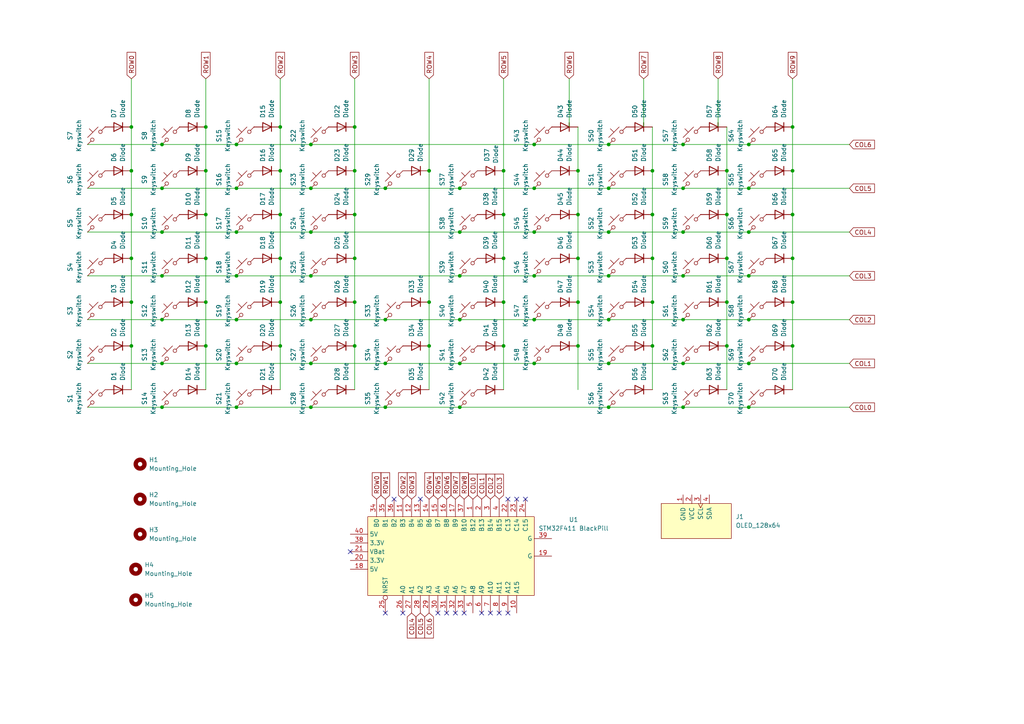
<source format=kicad_sch>
(kicad_sch (version 20231120) (generator "eeschema") (generator_version "8.0")
  (paper "A4")
  (junction (at 146.05 74.93))
  (junction (at 217.17 92.71))
  (junction (at 167.64 62.23))
  (junction (at 146.05 87.63))
  (junction (at 46.99 105.41))
  (junction (at 198.12 80.01))
  (junction (at 189.23 87.63))
  (junction (at 133.35 54.61))
  (junction (at 59.69 49.53))
  (junction (at 210.82 87.63))
  (junction (at 46.99 67.31))
  (junction (at 102.87 62.23))
  (junction (at 124.46 49.53))
  (junction (at 90.17 105.41))
  (junction (at 133.35 80.01))
  (junction (at 189.23 49.53))
  (junction (at 59.69 87.63))
  (junction (at 68.58 41.91))
  (junction (at 154.94 41.91))
  (junction (at 38.1 87.63))
  (junction (at 81.28 36.83))
  (junction (at 111.76 105.41))
  (junction (at 90.17 54.61))
  (junction (at 154.94 67.31))
  (junction (at 46.99 92.71))
  (junction (at 176.53 54.61))
  (junction (at 198.12 54.61))
  (junction (at 111.76 54.61))
  (junction (at 90.17 118.11))
  (junction (at 68.58 54.61))
  (junction (at 46.99 41.91))
  (junction (at 167.64 74.93))
  (junction (at 38.1 36.83))
  (junction (at 189.23 100.33))
  (junction (at 111.76 92.71))
  (junction (at 111.76 118.11))
  (junction (at 59.69 62.23))
  (junction (at 154.94 80.01))
  (junction (at 146.05 49.53))
  (junction (at 133.35 105.41))
  (junction (at 154.94 92.71))
  (junction (at 198.12 118.11))
  (junction (at 198.12 92.71))
  (junction (at 90.17 80.01))
  (junction (at 167.64 87.63))
  (junction (at 154.94 105.41))
  (junction (at 229.87 100.33))
  (junction (at 229.87 87.63))
  (junction (at 46.99 54.61))
  (junction (at 176.53 80.01))
  (junction (at 38.1 62.23))
  (junction (at 38.1 74.93))
  (junction (at 81.28 100.33))
  (junction (at 133.35 118.11))
  (junction (at 217.17 67.31))
  (junction (at 176.53 41.91))
  (junction (at 38.1 100.33))
  (junction (at 68.58 105.41))
  (junction (at 68.58 67.31))
  (junction (at 176.53 92.71))
  (junction (at 90.17 41.91))
  (junction (at 217.17 118.11))
  (junction (at 68.58 118.11))
  (junction (at 102.87 49.53))
  (junction (at 68.58 80.01))
  (junction (at 167.64 49.53))
  (junction (at 198.12 41.91))
  (junction (at 198.12 105.41))
  (junction (at 167.64 100.33))
  (junction (at 229.87 49.53))
  (junction (at 81.28 74.93))
  (junction (at 124.46 100.33))
  (junction (at 102.87 100.33))
  (junction (at 102.87 74.93))
  (junction (at 90.17 92.71))
  (junction (at 210.82 100.33))
  (junction (at 189.23 62.23))
  (junction (at 229.87 36.83))
  (junction (at 154.94 54.61))
  (junction (at 198.12 67.31))
  (junction (at 217.17 80.01))
  (junction (at 176.53 67.31))
  (junction (at 59.69 100.33))
  (junction (at 124.46 87.63))
  (junction (at 59.69 74.93))
  (junction (at 210.82 49.53))
  (junction (at 176.53 118.11))
  (junction (at 176.53 105.41))
  (junction (at 217.17 105.41))
  (junction (at 46.99 118.11))
  (junction (at 217.17 41.91))
  (junction (at 133.35 67.31))
  (junction (at 102.87 36.83))
  (junction (at 68.58 92.71))
  (junction (at 102.87 87.63))
  (junction (at 90.17 67.31))
  (junction (at 146.05 100.33))
  (junction (at 46.99 80.01))
  (junction (at 81.28 49.53))
  (junction (at 81.28 62.23))
  (junction (at 217.17 54.61))
  (junction (at 210.82 74.93))
  (junction (at 133.35 92.71))
  (junction (at 189.23 74.93))
  (junction (at 38.1 49.53))
  (junction (at 229.87 62.23))
  (junction (at 59.69 36.83))
  (junction (at 81.28 87.63))
  (junction (at 146.05 62.23))
  (junction (at 210.82 62.23))
  (junction (at 229.87 74.93))
  (no_connect (at 129.54 177.8))
  (no_connect (at 116.84 177.8))
  (no_connect (at 101.6 160.02))
  (no_connect (at 142.24 177.8))
  (no_connect (at 152.4 144.78))
  (no_connect (at 134.62 177.8))
  (no_connect (at 147.32 177.8))
  (no_connect (at 144.78 177.8))
  (no_connect (at 111.76 177.8))
  (no_connect (at 139.7 177.8))
  (no_connect (at 149.86 144.78))
  (no_connect (at 114.3 144.78))
  (no_connect (at 132.08 177.8))
  (no_connect (at 127 177.8))
  (no_connect (at 121.92 144.78))
  (no_connect (at 147.32 144.78))
  (wire (pts (xy 90.17 67.31) (xy 133.35 67.31)))
  (wire (pts (xy 46.99 80.01) (xy 68.58 80.01)))
  (wire (pts (xy 90.17 54.61) (xy 111.76 54.61)))
  (wire (pts (xy 25.4 118.11) (xy 46.99 118.11)))
  (wire (pts (xy 38.1 87.63) (xy 38.1 100.33)))
  (wire (pts (xy 167.64 36.83) (xy 167.64 49.53)))
  (wire (pts (xy 38.1 74.93) (xy 38.1 87.63)))
  (wire (pts (xy 46.99 118.11) (xy 68.58 118.11)))
  (wire (pts (xy 81.28 49.53) (xy 81.28 62.23)))
  (wire (pts (xy 217.17 41.91) (xy 246.38 41.91)))
  (wire (pts (xy 81.28 74.93) (xy 81.28 87.63)))
  (wire (pts (xy 38.1 100.33) (xy 38.1 113.03)))
  (wire (pts (xy 198.12 105.41) (xy 217.17 105.41)))
  (wire (pts (xy 154.94 54.61) (xy 176.53 54.61)))
  (wire (pts (xy 90.17 80.01) (xy 133.35 80.01)))
  (wire (pts (xy 154.94 92.71) (xy 176.53 92.71)))
  (wire (pts (xy 229.87 74.93) (xy 229.87 87.63)))
  (wire (pts (xy 210.82 36.83) (xy 210.82 49.53)))
  (wire (pts (xy 189.23 74.93) (xy 189.23 87.63)))
  (wire (pts (xy 90.17 41.91) (xy 154.94 41.91)))
  (wire (pts (xy 46.99 92.71) (xy 68.58 92.71)))
  (wire (pts (xy 198.12 80.01) (xy 217.17 80.01)))
  (wire (pts (xy 210.82 100.33) (xy 210.82 113.03)))
  (wire (pts (xy 133.35 118.11) (xy 176.53 118.11)))
  (wire (pts (xy 46.99 41.91) (xy 68.58 41.91)))
  (wire (pts (xy 102.87 100.33) (xy 102.87 113.03)))
  (wire (pts (xy 210.82 74.93) (xy 210.82 87.63)))
  (wire (pts (xy 176.53 105.41) (xy 198.12 105.41)))
  (wire (pts (xy 111.76 118.11) (xy 133.35 118.11)))
  (wire (pts (xy 25.4 67.31) (xy 46.99 67.31)))
  (wire (pts (xy 176.53 80.01) (xy 198.12 80.01)))
  (wire (pts (xy 90.17 105.41) (xy 111.76 105.41)))
  (wire (pts (xy 133.35 54.61) (xy 154.94 54.61)))
  (wire (pts (xy 46.99 105.41) (xy 68.58 105.41)))
  (wire (pts (xy 124.46 49.53) (xy 124.46 87.63)))
  (wire (pts (xy 167.64 74.93) (xy 167.64 87.63)))
  (wire (pts (xy 81.28 36.83) (xy 81.28 49.53)))
  (wire (pts (xy 133.35 80.01) (xy 154.94 80.01)))
  (wire (pts (xy 102.87 22.86) (xy 102.87 36.83)))
  (wire (pts (xy 90.17 118.11) (xy 111.76 118.11)))
  (wire (pts (xy 68.58 118.11) (xy 90.17 118.11)))
  (wire (pts (xy 198.12 54.61) (xy 217.17 54.61)))
  (wire (pts (xy 189.23 62.23) (xy 189.23 74.93)))
  (wire (pts (xy 229.87 22.86) (xy 229.87 36.83)))
  (wire (pts (xy 154.94 105.41) (xy 176.53 105.41)))
  (wire (pts (xy 46.99 67.31) (xy 68.58 67.31)))
  (wire (pts (xy 59.69 49.53) (xy 59.69 62.23)))
  (wire (pts (xy 146.05 74.93) (xy 146.05 87.63)))
  (wire (pts (xy 81.28 87.63) (xy 81.28 100.33)))
  (wire (pts (xy 102.87 62.23) (xy 102.87 74.93)))
  (wire (pts (xy 38.1 36.83) (xy 38.1 49.53)))
  (wire (pts (xy 154.94 80.01) (xy 176.53 80.01)))
  (wire (pts (xy 38.1 49.53) (xy 38.1 62.23)))
  (wire (pts (xy 133.35 105.41) (xy 154.94 105.41)))
  (wire (pts (xy 81.28 100.33) (xy 81.28 113.03)))
  (wire (pts (xy 208.28 22.86) (xy 208.28 36.83)))
  (wire (pts (xy 217.17 80.01) (xy 246.38 80.01)))
  (wire (pts (xy 59.69 36.83) (xy 59.69 49.53)))
  (wire (pts (xy 124.46 87.63) (xy 124.46 100.33)))
  (wire (pts (xy 25.4 41.91) (xy 46.99 41.91)))
  (wire (pts (xy 176.53 67.31) (xy 198.12 67.31)))
  (wire (pts (xy 189.23 87.63) (xy 189.23 100.33)))
  (wire (pts (xy 68.58 41.91) (xy 90.17 41.91)))
  (wire (pts (xy 38.1 22.86) (xy 38.1 36.83)))
  (wire (pts (xy 146.05 100.33) (xy 146.05 113.03)))
  (wire (pts (xy 124.46 22.86) (xy 124.46 49.53)))
  (wire (pts (xy 189.23 100.33) (xy 189.23 113.03)))
  (wire (pts (xy 198.12 67.31) (xy 217.17 67.31)))
  (wire (pts (xy 111.76 54.61) (xy 133.35 54.61)))
  (wire (pts (xy 46.99 54.61) (xy 68.58 54.61)))
  (wire (pts (xy 189.23 36.83) (xy 189.23 49.53)))
  (wire (pts (xy 210.82 87.63) (xy 210.82 100.33)))
  (wire (pts (xy 68.58 80.01) (xy 90.17 80.01)))
  (wire (pts (xy 165.1 22.86) (xy 165.1 36.83)))
  (wire (pts (xy 25.4 54.61) (xy 46.99 54.61)))
  (wire (pts (xy 217.17 92.71) (xy 246.38 92.71)))
  (wire (pts (xy 176.53 92.71) (xy 198.12 92.71)))
  (wire (pts (xy 198.12 118.11) (xy 217.17 118.11)))
  (wire (pts (xy 176.53 41.91) (xy 198.12 41.91)))
  (wire (pts (xy 133.35 67.31) (xy 154.94 67.31)))
  (wire (pts (xy 81.28 62.23) (xy 81.28 74.93)))
  (wire (pts (xy 229.87 100.33) (xy 229.87 113.03)))
  (wire (pts (xy 210.82 62.23) (xy 210.82 74.93)))
  (wire (pts (xy 176.53 118.11) (xy 198.12 118.11)))
  (wire (pts (xy 167.64 87.63) (xy 167.64 100.33)))
  (wire (pts (xy 210.82 49.53) (xy 210.82 62.23)))
  (wire (pts (xy 154.94 67.31) (xy 176.53 67.31)))
  (wire (pts (xy 146.05 49.53) (xy 146.05 62.23)))
  (wire (pts (xy 217.17 54.61) (xy 246.38 54.61)))
  (wire (pts (xy 124.46 100.33) (xy 124.46 113.03)))
  (wire (pts (xy 38.1 62.23) (xy 38.1 74.93)))
  (wire (pts (xy 217.17 118.11) (xy 246.38 118.11)))
  (wire (pts (xy 167.64 100.33) (xy 167.64 113.03)))
  (wire (pts (xy 25.4 92.71) (xy 46.99 92.71)))
  (wire (pts (xy 59.69 87.63) (xy 59.69 100.33)))
  (wire (pts (xy 167.64 49.53) (xy 167.64 62.23)))
  (wire (pts (xy 111.76 92.71) (xy 133.35 92.71)))
  (wire (pts (xy 59.69 62.23) (xy 59.69 74.93)))
  (wire (pts (xy 59.69 22.86) (xy 59.69 36.83)))
  (wire (pts (xy 146.05 22.86) (xy 146.05 49.53)))
  (wire (pts (xy 102.87 36.83) (xy 102.87 49.53)))
  (wire (pts (xy 59.69 100.33) (xy 59.69 113.03)))
  (wire (pts (xy 229.87 62.23) (xy 229.87 74.93)))
  (wire (pts (xy 68.58 54.61) (xy 90.17 54.61)))
  (wire (pts (xy 198.12 92.71) (xy 217.17 92.71)))
  (wire (pts (xy 186.69 22.86) (xy 186.69 36.83)))
  (wire (pts (xy 229.87 49.53) (xy 229.87 62.23)))
  (wire (pts (xy 133.35 92.71) (xy 154.94 92.71)))
  (wire (pts (xy 167.64 62.23) (xy 167.64 74.93)))
  (wire (pts (xy 217.17 67.31) (xy 246.38 67.31)))
  (wire (pts (xy 102.87 74.93) (xy 102.87 87.63)))
  (wire (pts (xy 154.94 41.91) (xy 176.53 41.91)))
  (wire (pts (xy 68.58 92.71) (xy 90.17 92.71)))
  (wire (pts (xy 217.17 105.41) (xy 246.38 105.41)))
  (wire (pts (xy 229.87 36.83) (xy 229.87 49.53)))
  (wire (pts (xy 198.12 41.91) (xy 217.17 41.91)))
  (wire (pts (xy 25.4 105.41) (xy 46.99 105.41)))
  (wire (pts (xy 102.87 87.63) (xy 102.87 100.33)))
  (wire (pts (xy 146.05 62.23) (xy 146.05 74.93)))
  (wire (pts (xy 102.87 49.53) (xy 102.87 62.23)))
  (wire (pts (xy 81.28 22.86) (xy 81.28 36.83)))
  (wire (pts (xy 176.53 54.61) (xy 198.12 54.61)))
  (wire (pts (xy 68.58 105.41) (xy 90.17 105.41)))
  (wire (pts (xy 68.58 67.31) (xy 90.17 67.31)))
  (wire (pts (xy 111.76 105.41) (xy 133.35 105.41)))
  (wire (pts (xy 229.87 87.63) (xy 229.87 100.33)))
  (wire (pts (xy 59.69 74.93) (xy 59.69 87.63)))
  (wire (pts (xy 90.17 92.71) (xy 111.76 92.71)))
  (wire (pts (xy 25.4 80.01) (xy 46.99 80.01)))
  (wire (pts (xy 146.05 87.63) (xy 146.05 100.33)))
  (wire (pts (xy 189.23 49.53) (xy 189.23 62.23)))
  (global_label "ROW7" (shape input) (at 186.69 22.86 90) (property "Intersheetrefs" "${INTERSHEET_REFS}" (effects (hide yes))))
  (global_label "COL4" (shape input) (at 246.38 67.31 0) (property "Intersheetrefs" "${INTERSHEET_REFS}" (effects (hide yes))))
  (global_label "COL1" (shape input) (at 139.7 144.78 90) (property "Intersheetrefs" "${INTERSHEET_REFS}" (effects (hide yes))))
  (global_label "ROW1" (shape input) (at 59.69 22.86 90) (property "Intersheetrefs" "${INTERSHEET_REFS}" (effects (hide yes))))
  (global_label "COL5" (shape input) (at 246.38 54.61 0) (property "Intersheetrefs" "${INTERSHEET_REFS}" (effects (hide yes))))
  (global_label "ROW5" (shape input) (at 146.05 22.86 90) (property "Intersheetrefs" "${INTERSHEET_REFS}" (effects (hide yes))))
  (global_label "COL4" (shape input) (at 119.38 177.8 270) (property "Intersheetrefs" "${INTERSHEET_REFS}" (effects (hide yes))))
  (global_label "ROW4" (shape input) (at 124.46 22.86 90) (property "Intersheetrefs" "${INTERSHEET_REFS}" (effects (hide yes))))
  (global_label "COL2" (shape input) (at 246.38 92.71 0) (property "Intersheetrefs" "${INTERSHEET_REFS}" (effects (hide yes))))
  (global_label "ROW6" (shape input) (at 165.1 22.86 90) (property "Intersheetrefs" "${INTERSHEET_REFS}" (effects (hide yes))))
  (global_label "ROW9" (shape input) (at 229.87 22.86 90) (property "Intersheetrefs" "${INTERSHEET_REFS}" (effects (hide yes))))
  (global_label "ROW3" (shape input) (at 119.38 144.78 90) (property "Intersheetrefs" "${INTERSHEET_REFS}" (effects (hide yes))))
  (global_label "ROW5" (shape input) (at 127 144.78 90) (property "Intersheetrefs" "${INTERSHEET_REFS}" (effects (hide yes))))
  (global_label "ROW8" (shape input) (at 134.62 144.78 90) (property "Intersheetrefs" "${INTERSHEET_REFS}" (effects (hide yes))))
  (global_label "ROW1" (shape input) (at 111.76 144.78 90) (property "Intersheetrefs" "${INTERSHEET_REFS}" (effects (hide yes))))
  (global_label "ROW4" (shape input) (at 124.46 144.78 90) (property "Intersheetrefs" "${INTERSHEET_REFS}" (effects (hide yes))))
  (global_label "ROW7" (shape input) (at 132.08 144.78 90) (property "Intersheetrefs" "${INTERSHEET_REFS}" (effects (hide yes))))
  (global_label "ROW6" (shape input) (at 129.54 144.78 90) (property "Intersheetrefs" "${INTERSHEET_REFS}" (effects (hide yes))))
  (global_label "ROW0" (shape input) (at 38.1 22.86 90) (property "Intersheetrefs" "${INTERSHEET_REFS}" (effects (hide yes))))
  (global_label "COL3" (shape input) (at 144.78 144.78 90) (property "Intersheetrefs" "${INTERSHEET_REFS}" (effects (hide yes))))
  (global_label "ROW3" (shape input) (at 102.87 22.86 90) (property "Intersheetrefs" "${INTERSHEET_REFS}" (effects (hide yes))))
  (global_label "ROW8" (shape input) (at 208.28 22.86 90) (property "Intersheetrefs" "${INTERSHEET_REFS}" (effects (hide yes))))
  (global_label "COL3" (shape input) (at 246.38 80.01 0) (property "Intersheetrefs" "${INTERSHEET_REFS}" (effects (hide yes))))
  (global_label "ROW2" (shape input) (at 116.84 144.78 90) (property "Intersheetrefs" "${INTERSHEET_REFS}" (effects (hide yes))))
  (global_label "COL2" (shape input) (at 142.24 144.78 90) (property "Intersheetrefs" "${INTERSHEET_REFS}" (effects (hide yes))))
  (global_label "COL5" (shape input) (at 121.92 177.8 270) (property "Intersheetrefs" "${INTERSHEET_REFS}" (effects (hide yes))))
  (global_label "ROW2" (shape input) (at 81.28 22.86 90) (property "Intersheetrefs" "${INTERSHEET_REFS}" (effects (hide yes))))
  (global_label "ROW0" (shape input) (at 109.22 144.78 90) (property "Intersheetrefs" "${INTERSHEET_REFS}" (effects (hide yes))))
  (global_label "COL6" (shape input) (at 246.38 41.91 0) (property "Intersheetrefs" "${INTERSHEET_REFS}" (effects (hide yes))))
  (global_label "COL0" (shape input) (at 137.16 144.78 90) (property "Intersheetrefs" "${INTERSHEET_REFS}" (effects (hide yes))))
  (global_label "COL1" (shape input) (at 246.38 105.41 0) (property "Intersheetrefs" "${INTERSHEET_REFS}" (effects (hide yes))))
  (global_label "COL0" (shape input) (at 246.38 118.11 0) (property "Intersheetrefs" "${INTERSHEET_REFS}" (effects (hide yes))))
  (global_label "COL6" (shape input) (at 124.46 177.8 270) (property "Intersheetrefs" "${INTERSHEET_REFS}" (effects (hide yes))))
  (symbol (lib_id "ScottoKeebs:Placeholder_Keyswitch") (at 49.53 64.77 90) (unit 1)
    (property "Reference" "S10" (at 41.91 64.77 0))
    (property "Value" "Keyswitch" (at 44.45 64.77 0))
    (property "Footprint" "ScottoKeebs_Hotswap:Hotswap_MX_1.00u" (effects (hide yes)))
    (property "Description" "Push button switch, normally open, two pins, 45° tilted" (effects (hide yes)))
  )
  (symbol (lib_id "ScottoKeebs:Placeholder_Keyswitch") (at 27.94 115.57 90) (unit 1)
    (property "Reference" "S1" (at 20.32 115.57 0))
    (property "Value" "Keyswitch" (at 22.86 115.57 0))
    (property "Footprint" "ScottoKeebs_Hotswap:Hotswap_MX_1.00u" (effects (hide yes)))
    (property "Description" "Push button switch, normally open, two pins, 45° tilted" (effects (hide yes)))
  )
  (symbol (lib_id "ScottoKeebs:Placeholder_Keyswitch") (at 71.12 52.07 90) (unit 1)
    (property "Reference" "S16" (at 63.5 52.07 0))
    (property "Value" "Keyswitch" (at 66.04 52.07 0))
    (property "Footprint" "ScottoKeebs_Hotswap:Hotswap_MX_1.00u" (effects (hide yes)))
    (property "Description" "Push button switch, normally open, two pins, 45° tilted" (effects (hide yes)))
  )
  (symbol (lib_id "ScottoKeebs:Placeholder_Keyswitch") (at 92.71 64.77 90) (unit 1)
    (property "Reference" "S24" (at 85.09 64.77 0))
    (property "Value" "Keyswitch" (at 87.63 64.77 0))
    (property "Footprint" "ScottoKeebs_Hotswap:Hotswap_MX_1.00u" (effects (hide yes)))
    (property "Description" "Push button switch, normally open, two pins, 45° tilted" (effects (hide yes)))
  )
  (symbol (lib_id "ScottoKeebs:Placeholder_Diode") (at 34.29 36.83 180) (unit 1)
    (property "Reference" "D7" (at 33.0199 34.29 90) (effects (justify right)))
    (property "Value" "Diode" (at 35.5599 34.29 90) (effects (justify right)))
    (property "Footprint" "ScottoKeebs_Components:Diode_SOD-123" (effects (hide yes)))
    (property "Description" "1N4148 (DO-35) or 1N4148W (SOD-123)" (effects (hide yes)))
    (property "Sim.Device" "D" (effects (hide yes)))
    (property "Sim.Pins" "1=K 2=A" (effects (hide yes)))
  )
  (symbol (lib_id "ScottoKeebs:Placeholder_Diode") (at 226.06 49.53 180) (unit 1)
    (property "Reference" "D65" (at 224.7899 46.99 90) (effects (justify right)))
    (property "Value" "Diode" (at 227.3299 46.99 90) (effects (justify right)))
    (property "Footprint" "ScottoKeebs_Components:Diode_SOD-123" (effects (hide yes)))
    (property "Description" "1N4148 (DO-35) or 1N4148W (SOD-123)" (effects (hide yes)))
    (property "Sim.Device" "D" (effects (hide yes)))
    (property "Sim.Pins" "1=K 2=A" (effects (hide yes)))
  )
  (symbol (lib_id "ScottoKeebs:Placeholder_Diode") (at 142.24 74.93 180) (unit 1)
    (property "Reference" "D39" (at 140.9699 72.39 90) (effects (justify right)))
    (property "Value" "Diode" (at 143.5099 72.39 90) (effects (justify right)))
    (property "Footprint" "ScottoKeebs_Components:Diode_SOD-123" (effects (hide yes)))
    (property "Description" "1N4148 (DO-35) or 1N4148W (SOD-123)" (effects (hide yes)))
    (property "Sim.Device" "D" (effects (hide yes)))
    (property "Sim.Pins" "1=K 2=A" (effects (hide yes)))
  )
  (symbol (lib_id "ScottoKeebs:Placeholder_Diode") (at 226.06 62.23 180) (unit 1)
    (property "Reference" "D66" (at 224.7899 59.69 90) (effects (justify right)))
    (property "Value" "Diode" (at 227.3299 59.69 90) (effects (justify right)))
    (property "Footprint" "ScottoKeebs_Components:Diode_SOD-123" (effects (hide yes)))
    (property "Description" "1N4148 (DO-35) or 1N4148W (SOD-123)" (effects (hide yes)))
    (property "Sim.Device" "D" (effects (hide yes)))
    (property "Sim.Pins" "1=K 2=A" (effects (hide yes)))
  )
  (symbol (lib_id "ScottoKeebs:Placeholder_Diode") (at 99.06 36.83 180) (unit 1)
    (property "Reference" "D22" (at 97.7899 34.29 90) (effects (justify right)))
    (property "Value" "Diode" (at 100.3299 34.29 90) (effects (justify right)))
    (property "Footprint" "ScottoKeebs_Components:Diode_SOD-123" (effects (hide yes)))
    (property "Description" "1N4148 (DO-35) or 1N4148W (SOD-123)" (effects (hide yes)))
    (property "Sim.Device" "D" (effects (hide yes)))
    (property "Sim.Pins" "1=K 2=A" (effects (hide yes)))
  )
  (symbol (lib_id "ScottoKeebs:Placeholder_Keyswitch") (at 114.3 52.07 90) (unit 1)
    (property "Reference" "S29" (at 106.68 52.07 0))
    (property "Value" "Keyswitch" (at 109.22 52.07 0))
    (property "Footprint" "ScottoKeebs_Hotswap:Hotswap_MX_6.25u" (effects (hide yes)))
    (property "Description" "Push button switch, normally open, two pins, 45° tilted" (effects (hide yes)))
  )
  (symbol (lib_id "ScottoKeebs:Placeholder_Diode") (at 163.83 100.33 180) (unit 1)
    (property "Reference" "D48" (at 162.5599 97.79 90) (effects (justify right)))
    (property "Value" "Diode" (at 165.0999 97.79 90) (effects (justify right)))
    (property "Footprint" "ScottoKeebs_Components:Diode_SOD-123" (effects (hide yes)))
    (property "Description" "1N4148 (DO-35) or 1N4148W (SOD-123)" (effects (hide yes)))
    (property "Sim.Device" "D" (effects (hide yes)))
    (property "Sim.Pins" "1=K 2=A" (effects (hide yes)))
  )
  (symbol (lib_id "ScottoKeebs:Placeholder_Diode") (at 207.01 74.93 180) (unit 1)
    (property "Reference" "D60" (at 205.7399 72.39 90) (effects (justify right)))
    (property "Value" "Diode" (at 208.2799 72.39 90) (effects (justify right)))
    (property "Footprint" "ScottoKeebs_Components:Diode_SOD-123" (effects (hide yes)))
    (property "Description" "1N4148 (DO-35) or 1N4148W (SOD-123)" (effects (hide yes)))
    (property "Sim.Device" "D" (effects (hide yes)))
    (property "Sim.Pins" "1=K 2=A" (effects (hide yes)))
  )
  (symbol (lib_id "ScottoKeebs:Placeholder_Mounting_Hole") (at 40.64 134.62 0) (unit 1)
    (property "Reference" "H1" (at 43.18 133.3499 0) (effects (justify left)))
    (property "Value" "Mounting_Hole" (at 43.18 135.8899 0) (effects (justify left)))
    (property "Footprint" "ScottoKeebs_Stabilizer:Stabilizer_MX_2.00u" (effects (hide yes)))
    (property "Description" "Mounting Hole without connection" (effects (hide yes)))
  )
  (symbol (lib_id "ScottoKeebs:Placeholder_Diode") (at 142.24 87.63 180) (unit 1)
    (property "Reference" "D40" (at 140.9699 85.09 90) (effects (justify right)))
    (property "Value" "Diode" (at 143.5099 85.09 90) (effects (justify right)))
    (property "Footprint" "ScottoKeebs_Components:Diode_SOD-123" (effects (hide yes)))
    (property "Description" "1N4148 (DO-35) or 1N4148W (SOD-123)" (effects (hide yes)))
    (property "Sim.Device" "D" (effects (hide yes)))
    (property "Sim.Pins" "1=K 2=A" (effects (hide yes)))
  )
  (symbol (lib_id "ScottoKeebs:Placeholder_Diode") (at 99.06 87.63 180) (unit 1)
    (property "Reference" "D26" (at 97.7899 85.09 90) (effects (justify right)))
    (property "Value" "Diode" (at 100.3299 85.09 90) (effects (justify right)))
    (property "Footprint" "ScottoKeebs_Components:Diode_SOD-123" (effects (hide yes)))
    (property "Description" "1N4148 (DO-35) or 1N4148W (SOD-123)" (effects (hide yes)))
    (property "Sim.Device" "D" (effects (hide yes)))
    (property "Sim.Pins" "1=K 2=A" (effects (hide yes)))
  )
  (symbol (lib_id "ScottoKeebs:Placeholder_Keyswitch") (at 219.71 52.07 90) (unit 1)
    (property "Reference" "S65" (at 212.09 52.07 0))
    (property "Value" "Keyswitch" (at 214.63 52.07 0))
    (property "Footprint" "ScottoKeebs_Hotswap:Hotswap_MX_1.00u" (effects (hide yes)))
    (property "Description" "Push button switch, normally open, two pins, 45° tilted" (effects (hide yes)))
  )
  (symbol (lib_id "ScottoKeebs:Placeholder_Diode") (at 55.88 113.03 180) (unit 1)
    (property "Reference" "D14" (at 54.6099 110.49 90) (effects (justify right)))
    (property "Value" "Diode" (at 57.1499 110.49 90) (effects (justify right)))
    (property "Footprint" "ScottoKeebs_Components:Diode_SOD-123" (effects (hide yes)))
    (property "Description" "1N4148 (DO-35) or 1N4148W (SOD-123)" (effects (hide yes)))
    (property "Sim.Device" "D" (effects (hide yes)))
    (property "Sim.Pins" "1=K 2=A" (effects (hide yes)))
  )
  (symbol (lib_id "ScottoKeebs:Placeholder_Diode") (at 77.47 49.53 180) (unit 1)
    (property "Reference" "D16" (at 76.1999 46.99 90) (effects (justify right)))
    (property "Value" "Diode" (at 78.7399 46.99 90) (effects (justify right)))
    (property "Footprint" "ScottoKeebs_Components:Diode_SOD-123" (effects (hide yes)))
    (property "Description" "1N4148 (DO-35) or 1N4148W (SOD-123)" (effects (hide yes)))
    (property "Sim.Device" "D" (effects (hide yes)))
    (property "Sim.Pins" "1=K 2=A" (effects (hide yes)))
  )
  (symbol (lib_id "ScottoKeebs:Placeholder_Diode") (at 226.06 36.83 180) (unit 1)
    (property "Reference" "D64" (at 224.7899 34.29 90) (effects (justify right)))
    (property "Value" "Diode" (at 227.3299 34.29 90) (effects (justify right)))
    (property "Footprint" "ScottoKeebs_Components:Diode_SOD-123" (effects (hide yes)))
    (property "Description" "1N4148 (DO-35) or 1N4148W (SOD-123)" (effects (hide yes)))
    (property "Sim.Device" "D" (effects (hide yes)))
    (property "Sim.Pins" "1=K 2=A" (effects (hide yes)))
  )
  (symbol (lib_id "ScottoKeebs:Placeholder_Diode") (at 55.88 62.23 180) (unit 1)
    (property "Reference" "D10" (at 54.6099 59.69 90) (effects (justify right)))
    (property "Value" "Diode" (at 57.1499 59.69 90) (effects (justify right)))
    (property "Footprint" "ScottoKeebs_Components:Diode_SOD-123" (effects (hide yes)))
    (property "Description" "1N4148 (DO-35) or 1N4148W (SOD-123)" (effects (hide yes)))
    (property "Sim.Device" "D" (effects (hide yes)))
    (property "Sim.Pins" "1=K 2=A" (effects (hide yes)))
  )
  (symbol (lib_id "ScottoKeebs:Placeholder_Keyswitch") (at 179.07 115.57 90) (unit 1)
    (property "Reference" "S56" (at 171.45 115.57 0))
    (property "Value" "Keyswitch" (at 173.99 115.57 0))
    (property "Footprint" "ScottoKeebs_Hotswap:Hotswap_MX_1.00u" (effects (hide yes)))
    (property "Description" "Push button switch, normally open, two pins, 45° tilted" (effects (hide yes)))
  )
  (symbol (lib_id "ScottoKeebs:Placeholder_Diode") (at 55.88 49.53 180) (unit 1)
    (property "Reference" "D9" (at 54.6099 46.99 90) (effects (justify right)))
    (property "Value" "Diode" (at 57.1499 46.99 90) (effects (justify right)))
    (property "Footprint" "ScottoKeebs_Components:Diode_SOD-123" (effects (hide yes)))
    (property "Description" "1N4148 (DO-35) or 1N4148W (SOD-123)" (effects (hide yes)))
    (property "Sim.Device" "D" (effects (hide yes)))
    (property "Sim.Pins" "1=K 2=A" (effects (hide yes)))
  )
  (symbol (lib_id "ScottoKeebs:Placeholder_Keyswitch") (at 135.89 77.47 90) (unit 1)
    (property "Reference" "S39" (at 128.27 77.47 0))
    (property "Value" "Keyswitch" (at 130.81 77.47 0))
    (property "Footprint" "ScottoKeebs_Hotswap:Hotswap_MX_1.00u" (effects (hide yes)))
    (property "Description" "Push button switch, normally open, two pins, 45° tilted" (effects (hide yes)))
  )
  (symbol (lib_id "ScottoKeebs:Placeholder_Keyswitch") (at 200.66 39.37 90) (unit 1)
    (property "Reference" "S57" (at 193.04 39.37 0))
    (property "Value" "Keyswitch" (at 195.58 39.37 0))
    (property "Footprint" "ScottoKeebs_Hotswap:Hotswap_MX_1.00u" (effects (hide yes)))
    (property "Description" "Push button switch, normally open, two pins, 45° tilted" (effects (hide yes)))
  )
  (symbol (lib_id "ScottoKeebs:Placeholder_Keyswitch") (at 49.53 102.87 90) (unit 1)
    (property "Reference" "S13" (at 41.91 102.87 0))
    (property "Value" "Keyswitch" (at 44.45 102.87 0))
    (property "Footprint" "ScottoKeebs_Hotswap:Hotswap_MX_1.00u" (effects (hide yes)))
    (property "Description" "Push button switch, normally open, two pins, 45° tilted" (effects (hide yes)))
  )
  (symbol (lib_id "ScottoKeebs:Placeholder_Diode") (at 207.01 62.23 180) (unit 1)
    (property "Reference" "D59" (at 205.7399 59.69 90) (effects (justify right)))
    (property "Value" "Diode" (at 208.2799 59.69 90) (effects (justify right)))
    (property "Footprint" "ScottoKeebs_Components:Diode_SOD-123" (effects (hide yes)))
    (property "Description" "1N4148 (DO-35) or 1N4148W (SOD-123)" (effects (hide yes)))
    (property "Sim.Device" "D" (effects (hide yes)))
    (property "Sim.Pins" "1=K 2=A" (effects (hide yes)))
  )
  (symbol (lib_id "ScottoKeebs:Placeholder_Diode") (at 77.47 100.33 180) (unit 1)
    (property "Reference" "D20" (at 76.1999 97.79 90) (effects (justify right)))
    (property "Value" "Diode" (at 78.7399 97.79 90) (effects (justify right)))
    (property "Footprint" "ScottoKeebs_Components:Diode_SOD-123" (effects (hide yes)))
    (property "Description" "1N4148 (DO-35) or 1N4148W (SOD-123)" (effects (hide yes)))
    (property "Sim.Device" "D" (effects (hide yes)))
    (property "Sim.Pins" "1=K 2=A" (effects (hide yes)))
  )
  (symbol (lib_id "ScottoKeebs:Placeholder_Mounting_Hole") (at 39.37 165.1 0) (unit 1)
    (property "Reference" "H4" (at 41.91 163.8299 0) (effects (justify left)))
    (property "Value" "Mounting_Hole" (at 41.91 166.3699 0) (effects (justify left)))
    (property "Footprint" "ScottoKeebs_Stabilizer:Stabilizer_MX_2.00u" (effects (hide yes)))
    (property "Description" "Mounting Hole without connection" (effects (hide yes)))
  )
  (symbol (lib_id "ScottoKeebs:Placeholder_Keyswitch") (at 157.48 52.07 90) (unit 1)
    (property "Reference" "S44" (at 149.86 52.07 0))
    (property "Value" "Keyswitch" (at 152.4 52.07 0))
    (property "Footprint" "ScottoKeebs_Hotswap:Hotswap_MX_1.00u" (effects (hide yes)))
    (property "Description" "Push button switch, normally open, two pins, 45° tilted" (effects (hide yes)))
  )
  (symbol (lib_id "ScottoKeebs:Placeholder_Diode") (at 77.47 62.23 180) (unit 1)
    (property "Reference" "D17" (at 76.1999 59.69 90) (effects (justify right)))
    (property "Value" "Diode" (at 78.7399 59.69 90) (effects (justify right)))
    (property "Footprint" "ScottoKeebs_Components:Diode_SOD-123" (effects (hide yes)))
    (property "Description" "1N4148 (DO-35) or 1N4148W (SOD-123)" (effects (hide yes)))
    (property "Sim.Device" "D" (effects (hide yes)))
    (property "Sim.Pins" "1=K 2=A" (effects (hide yes)))
  )
  (symbol (lib_id "ScottoKeebs:Placeholder_Keyswitch") (at 71.12 64.77 90) (unit 1)
    (property "Reference" "S17" (at 63.5 64.77 0))
    (property "Value" "Keyswitch" (at 66.04 64.77 0))
    (property "Footprint" "ScottoKeebs_Hotswap:Hotswap_MX_1.00u" (effects (hide yes)))
    (property "Description" "Push button switch, normally open, two pins, 45° tilted" (effects (hide yes)))
  )
  (symbol (lib_id "ScottoKeebs:Placeholder_Diode") (at 55.88 100.33 180) (unit 1)
    (property "Reference" "D13" (at 54.6099 97.79 90) (effects (justify right)))
    (property "Value" "Diode" (at 57.1499 97.79 90) (effects (justify right)))
    (property "Footprint" "ScottoKeebs_Components:Diode_SOD-123" (effects (hide yes)))
    (property "Description" "1N4148 (DO-35) or 1N4148W (SOD-123)" (effects (hide yes)))
    (property "Sim.Device" "D" (effects (hide yes)))
    (property "Sim.Pins" "1=K 2=A" (effects (hide yes)))
  )
  (symbol (lib_id "ScottoKeebs:Placeholder_Keyswitch") (at 200.66 90.17 90) (unit 1)
    (property "Reference" "S61" (at 193.04 90.17 0))
    (property "Value" "Keyswitch" (at 195.58 90.17 0))
    (property "Footprint" "ScottoKeebs_Hotswap:Hotswap_MX_1.00u" (effects (hide yes)))
    (property "Description" "Push button switch, normally open, two pins, 45° tilted" (effects (hide yes)))
  )
  (symbol (lib_id "ScottoKeebs:Placeholder_Diode") (at 120.65 100.33 180) (unit 1)
    (property "Reference" "D34" (at 119.3799 97.79 90) (effects (justify right)))
    (property "Value" "Diode" (at 121.9199 97.79 90) (effects (justify right)))
    (property "Footprint" "ScottoKeebs_Components:Diode_SOD-123" (effects (hide yes)))
    (property "Description" "1N4148 (DO-35) or 1N4148W (SOD-123)" (effects (hide yes)))
    (property "Sim.Device" "D" (effects (hide yes)))
    (property "Sim.Pins" "1=K 2=A" (effects (hide yes)))
  )
  (symbol (lib_id "ScottoKeebs:Placeholder_Keyswitch") (at 157.48 39.37 90) (unit 1)
    (property "Reference" "S43" (at 149.86 39.37 0))
    (property "Value" "Keyswitch" (at 152.4 39.37 0))
    (property "Footprint" "ScottoKeebs_Hotswap:Hotswap_MX_1.00u" (effects (hide yes)))
    (property "Description" "Push button switch, normally open, two pins, 45° tilted" (effects (hide yes)))
  )
  (symbol (lib_id "ScottoKeebs:Placeholder_Diode") (at 77.47 74.93 180) (unit 1)
    (property "Reference" "D18" (at 76.1999 72.39 90) (effects (justify right)))
    (property "Value" "Diode" (at 78.7399 72.39 90) (effects (justify right)))
    (property "Footprint" "ScottoKeebs_Components:Diode_SOD-123" (effects (hide yes)))
    (property "Description" "1N4148 (DO-35) or 1N4148W (SOD-123)" (effects (hide yes)))
    (property "Sim.Device" "D" (effects (hide yes)))
    (property "Sim.Pins" "1=K 2=A" (effects (hide yes)))
  )
  (symbol (lib_id "ScottoKeebs:Placeholder_Diode") (at 142.24 62.23 180) (unit 1)
    (property "Reference" "D38" (at 140.9699 59.69 90) (effects (justify right)))
    (property "Value" "Diode" (at 143.5099 59.69 90) (effects (justify right)))
    (property "Footprint" "ScottoKeebs_Components:Diode_SOD-123" (effects (hide yes)))
    (property "Description" "1N4148 (DO-35) or 1N4148W (SOD-123)" (effects (hide yes)))
    (property "Sim.Device" "D" (effects (hide yes)))
    (property "Sim.Pins" "1=K 2=A" (effects (hide yes)))
  )
  (symbol (lib_id "ScottoKeebs:Placeholder_Diode") (at 163.83 74.93 180) (unit 1)
    (property "Reference" "D46" (at 162.5599 72.39 90) (effects (justify right)))
    (property "Value" "Diode" (at 165.0999 72.39 90) (effects (justify right)))
    (property "Footprint" "ScottoKeebs_Components:Diode_SOD-123" (effects (hide yes)))
    (property "Description" "1N4148 (DO-35) or 1N4148W (SOD-123)" (effects (hide yes)))
    (property "Sim.Device" "D" (effects (hide yes)))
    (property "Sim.Pins" "1=K 2=A" (effects (hide yes)))
  )
  (symbol (lib_id "ScottoKeebs:Placeholder_Keyswitch") (at 49.53 115.57 90) (unit 1)
    (property "Reference" "S14" (at 41.91 115.57 0))
    (property "Value" "Keyswitch" (at 44.45 115.57 0))
    (property "Footprint" "ScottoKeebs_Hotswap:Hotswap_MX_1.50u" (effects (hide yes)))
    (property "Description" "Push button switch, normally open, two pins, 45° tilted" (effects (hide yes)))
  )
  (symbol (lib_id "ScottoKeebs:Placeholder_Keyswitch") (at 114.3 102.87 90) (unit 1)
    (property "Reference" "S34" (at 106.68 102.87 0))
    (property "Value" "Keyswitch" (at 109.22 102.87 0))
    (property "Footprint" "ScottoKeebs_Hotswap:Hotswap_MX_1.25u" (effects (hide yes)))
    (property "Description" "Push button switch, normally open, two pins, 45° tilted" (effects (hide yes)))
  )
  (symbol (lib_id "ScottoKeebs:Placeholder_Keyswitch") (at 71.12 102.87 90) (unit 1)
    (property "Reference" "S20" (at 63.5 102.87 0))
    (property "Value" "Keyswitch" (at 66.04 102.87 0))
    (property "Footprint" "ScottoKeebs_Hotswap:Hotswap_MX_1.00u" (effects (hide yes)))
    (property "Description" "Push button switch, normally open, two pins, 45° tilted" (effects (hide yes)))
  )
  (symbol (lib_id "ScottoKeebs:Placeholder_Keyswitch") (at 135.89 115.57 90) (unit 1)
    (property "Reference" "S42" (at 128.27 115.57 0))
    (property "Value" "Keyswitch" (at 130.81 115.57 0))
    (property "Footprint" "ScottoKeebs_Hotswap:Hotswap_MX_1.00u" (effects (hide yes)))
    (property "Description" "Push button switch, normally open, two pins, 45° tilted" (effects (hide yes)))
  )
  (symbol (lib_id "ScottoKeebs:Placeholder_Diode") (at 163.83 36.83 180) (unit 1)
    (property "Reference" "D43" (at 162.5599 34.29 90) (effects (justify right)))
    (property "Value" "Diode" (at 165.0999 34.29 90) (effects (justify right)))
    (property "Footprint" "ScottoKeebs_Components:Diode_SOD-123" (effects (hide yes)))
    (property "Description" "1N4148 (DO-35) or 1N4148W (SOD-123)" (effects (hide yes)))
    (property "Sim.Device" "D" (effects (hide yes)))
    (property "Sim.Pins" "1=K 2=A" (effects (hide yes)))
  )
  (symbol (lib_id "ScottoKeebs:Placeholder_Keyswitch") (at 157.48 102.87 90) (unit 1)
    (property "Reference" "S48" (at 149.86 102.87 0))
    (property "Value" "Keyswitch" (at 152.4 102.87 0))
    (property "Footprint" "ScottoKeebs_Hotswap:Hotswap_MX_1.00u" (effects (hide yes)))
    (property "Description" "Push button switch, normally open, two pins, 45° tilted" (effects (hide yes)))
  )
  (symbol (lib_id "ScottoKeebs:Placeholder_Diode") (at 77.47 36.83 180) (unit 1)
    (property "Reference" "D15" (at 76.1999 34.29 90) (effects (justify right)))
    (property "Value" "Diode" (at 78.7399 34.29 90) (effects (justify right)))
    (property "Footprint" "ScottoKeebs_Components:Diode_SOD-123" (effects (hide yes)))
    (property "Description" "1N4148 (DO-35) or 1N4148W (SOD-123)" (effects (hide yes)))
    (property "Sim.Device" "D" (effects (hide yes)))
    (property "Sim.Pins" "1=K 2=A" (effects (hide yes)))
  )
  (symbol (lib_id "ScottoKeebs:Placeholder_Keyswitch") (at 114.3 115.57 90) (unit 1)
    (property "Reference" "S35" (at 106.68 115.57 0))
    (property "Value" "Keyswitch" (at 109.22 115.57 0))
    (property "Footprint" "ScottoKeebs_Hotswap:Hotswap_MX_1.25u" (effects (hide yes)))
    (property "Description" "Push button switch, normally open, two pins, 45° tilted" (effects (hide yes)))
  )
  (symbol (lib_id "ScottoKeebs:Placeholder_Keyswitch") (at 179.07 102.87 90) (unit 1)
    (property "Reference" "S55" (at 171.45 102.87 0))
    (property "Value" "Keyswitch" (at 173.99 102.87 0))
    (property "Footprint" "ScottoKeebs_Hotswap:Hotswap_MX_2.25u" (effects (hide yes)))
    (property "Description" "Push button switch, normally open, two pins, 45° tilted" (effects (hide yes)))
  )
  (symbol (lib_id "ScottoKeebs:Placeholder_Keyswitch") (at 27.94 52.07 90) (unit 1)
    (property "Reference" "S6" (at 20.32 52.07 0))
    (property "Value" "Keyswitch" (at 22.86 52.07 0))
    (property "Footprint" "ScottoKeebs_Hotswap:Hotswap_MX_1.00u" (effects (hide yes)))
    (property "Description" "Push button switch, normally open, two pins, 45° tilted" (effects (hide yes)))
  )
  (symbol (lib_id "ScottoKeebs:Placeholder_Diode") (at 207.01 113.03 180) (unit 1)
    (property "Reference" "D63" (at 205.7399 110.49 90) (effects (justify right)))
    (property "Value" "Diode" (at 208.2799 110.49 90) (effects (justify right)))
    (property "Footprint" "ScottoKeebs_Components:Diode_SOD-123" (effects (hide yes)))
    (property "Description" "1N4148 (DO-35) or 1N4148W (SOD-123)" (effects (hide yes)))
    (property "Sim.Device" "D" (effects (hide yes)))
    (property "Sim.Pins" "1=K 2=A" (effects (hide yes)))
  )
  (symbol (lib_id "ScottoKeebs:Placeholder_Diode") (at 142.24 49.53 180) (unit 1)
    (property "Reference" "D37" (at 141.224 44.958 90))
    (property "Value" "Diode" (at 143.764 44.704 90))
    (property "Footprint" "ScottoKeebs_Components:Diode_SOD-123" (effects (hide yes)))
    (property "Description" "1N4148 (DO-35) or 1N4148W (SOD-123)" (effects (hide yes)))
    (property "Sim.Device" "D" (effects (hide yes)))
    (property "Sim.Pins" "1=K 2=A" (effects (hide yes)))
  )
  (symbol (lib_id "ScottoKeebs:Placeholder_Keyswitch") (at 92.71 102.87 90) (unit 1)
    (property "Reference" "S27" (at 85.09 102.87 0))
    (property "Value" "Keyswitch" (at 87.63 102.87 0))
    (property "Footprint" "ScottoKeebs_Hotswap:Hotswap_MX_1.00u" (effects (hide yes)))
    (property "Description" "Push button switch, normally open, two pins, 45° tilted" (effects (hide yes)))
  )
  (symbol (lib_id "ScottoKeebs:Placeholder_Keyswitch") (at 179.07 64.77 90) (unit 1)
    (property "Reference" "S52" (at 171.45 64.77 0))
    (property "Value" "Keyswitch" (at 173.99 64.77 0))
    (property "Footprint" "ScottoKeebs_Hotswap:Hotswap_MX_1.00u" (effects (hide yes)))
    (property "Description" "Push button switch, normally open, two pins, 45° tilted" (effects (hide yes)))
  )
  (symbol (lib_id "ScottoKeebs:Placeholder_Keyswitch") (at 219.71 102.87 90) (unit 1)
    (property "Reference" "S69" (at 212.09 102.87 0))
    (property "Value" "Keyswitch" (at 214.63 102.87 0))
    (property "Footprint" "ScottoKeebs_Hotswap:Hotswap_MX_1.00u" (effects (hide yes)))
    (property "Description" "Push button switch, normally open, two pins, 45° tilted" (effects (hide yes)))
  )
  (symbol (lib_id "ScottoKeebs:Placeholder_Diode") (at 55.88 36.83 180) (unit 1)
    (property "Reference" "D8" (at 54.6099 34.29 90) (effects (justify right)))
    (property "Value" "Diode" (at 57.1499 34.29 90) (effects (justify right)))
    (property "Footprint" "ScottoKeebs_Components:Diode_SOD-123" (effects (hide yes)))
    (property "Description" "1N4148 (DO-35) or 1N4148W (SOD-123)" (effects (hide yes)))
    (property "Sim.Device" "D" (effects (hide yes)))
    (property "Sim.Pins" "1=K 2=A" (effects (hide yes)))
  )
  (symbol (lib_id "ScottoKeebs:Placeholder_Keyswitch") (at 219.71 115.57 90) (unit 1)
    (property "Reference" "S70" (at 212.09 115.57 0))
    (property "Value" "Keyswitch" (at 214.63 115.57 0))
    (property "Footprint" "ScottoKeebs_Hotswap:Hotswap_MX_2.00u" (effects (hide yes)))
    (property "Description" "Push button switch, normally open, two pins, 45° tilted" (effects (hide yes)))
  )
  (symbol (lib_id "ScottoKeebs:Placeholder_Keyswitch") (at 71.12 77.47 90) (unit 1)
    (property "Reference" "S18" (at 63.5 77.47 0))
    (property "Value" "Keyswitch" (at 66.04 77.47 0))
    (property "Footprint" "ScottoKeebs_Hotswap:Hotswap_MX_1.00u" (effects (hide yes)))
    (property "Description" "Push button switch, normally open, two pins, 45° tilted" (effects (hide yes)))
  )
  (symbol (lib_id "ScottoKeebs:Placeholder_Keyswitch") (at 219.71 77.47 90) (unit 1)
    (property "Reference" "S67" (at 212.09 77.47 0))
    (property "Value" "Keyswitch" (at 214.63 77.47 0))
    (property "Footprint" "ScottoKeebs_Hotswap:Hotswap_MX_1.00u" (effects (hide yes)))
    (property "Description" "Push button switch, normally open, two pins, 45° tilted" (effects (hide yes)))
  )
  (symbol (lib_id "ScottoKeebs:Placeholder_Keyswitch") (at 49.53 77.47 90) (unit 1)
    (property "Reference" "S11" (at 41.91 77.47 0))
    (property "Value" "Keyswitch" (at 44.45 77.47 0))
    (property "Footprint" "ScottoKeebs_Hotswap:Hotswap_MX_1.00u" (effects (hide yes)))
    (property "Description" "Push button switch, normally open, two pins, 45° tilted" (effects (hide yes)))
  )
  (symbol (lib_id "ScottoKeebs:Placeholder_Keyswitch") (at 157.48 77.47 90) (unit 1)
    (property "Reference" "S46" (at 149.86 77.47 0))
    (property "Value" "Keyswitch" (at 152.4 77.47 0))
    (property "Footprint" "ScottoKeebs_Hotswap:Hotswap_MX_1.00u" (effects (hide yes)))
    (property "Description" "Push button switch, normally open, two pins, 45° tilted" (effects (hide yes)))
  )
  (symbol (lib_id "ScottoKeebs:Placeholder_Keyswitch") (at 114.3 90.17 90) (unit 1)
    (property "Reference" "S33" (at 106.68 90.17 0))
    (property "Value" "Keyswitch" (at 109.22 90.17 0))
    (property "Footprint" "ScottoKeebs_Hotswap:Hotswap_MX_1.25u" (effects (hide yes)))
    (property "Description" "Push button switch, normally open, two pins, 45° tilted" (effects (hide yes)))
  )
  (symbol (lib_id "ScottoKeebs:Placeholder_Diode") (at 207.01 36.83 180) (unit 1)
    (property "Reference" "D57" (at 205.7399 34.29 90) (effects (justify right)))
    (property "Value" "Diode" (at 208.2799 34.29 90) (effects (justify right)))
    (property "Footprint" "ScottoKeebs_Components:Diode_SOD-123" (effects (hide yes)))
    (property "Description" "1N4148 (DO-35) or 1N4148W (SOD-123)" (effects (hide yes)))
    (property "Sim.Device" "D" (effects (hide yes)))
    (property "Sim.Pins" "1=K 2=A" (effects (hide yes)))
  )
  (symbol (lib_id "ScottoKeebs:Placeholder_Keyswitch") (at 219.71 90.17 90) (unit 1)
    (property "Reference" "S68" (at 212.09 90.17 0))
    (property "Value" "Keyswitch" (at 214.63 90.17 0))
    (property "Footprint" "ScottoKeebs_Hotswap:Hotswap_MX_1.00u" (effects (hide yes)))
    (property "Description" "Push button switch, normally open, two pins, 45° tilted" (effects (hide yes)))
  )
  (symbol (lib_id "ScottoKeebs:Placeholder_Diode") (at 99.06 100.33 180) (unit 1)
    (property "Reference" "D27" (at 97.7899 97.79 90) (effects (justify right)))
    (property "Value" "Diode" (at 100.3299 97.79 90) (effects (justify right)))
    (property "Footprint" "ScottoKeebs_Components:Diode_SOD-123" (effects (hide yes)))
    (property "Description" "1N4148 (DO-35) or 1N4148W (SOD-123)" (effects (hide yes)))
    (property "Sim.Device" "D" (effects (hide yes)))
    (property "Sim.Pins" "1=K 2=A" (effects (hide yes)))
  )
  (symbol (lib_id "ScottoKeebs:Placeholder_Diode") (at 55.88 74.93 180) (unit 1)
    (property "Reference" "D11" (at 54.6099 72.39 90) (effects (justify right)))
    (property "Value" "Diode" (at 57.1499 72.39 90) (effects (justify right)))
    (property "Footprint" "ScottoKeebs_Components:Diode_SOD-123" (effects (hide yes)))
    (property "Description" "1N4148 (DO-35) or 1N4148W (SOD-123)" (effects (hide yes)))
    (property "Sim.Device" "D" (effects (hide yes)))
    (property "Sim.Pins" "1=K 2=A" (effects (hide yes)))
  )
  (symbol (lib_id "ScottoKeebs:Placeholder_Diode") (at 207.01 49.53 180) (unit 1)
    (property "Reference" "D58" (at 205.7399 46.99 90) (effects (justify right)))
    (property "Value" "Diode" (at 208.2799 46.99 90) (effects (justify right)))
    (property "Footprint" "ScottoKeebs_Components:Diode_SOD-123" (effects (hide yes)))
    (property "Description" "1N4148 (DO-35) or 1N4148W (SOD-123)" (effects (hide yes)))
    (property "Sim.Device" "D" (effects (hide yes)))
    (property "Sim.Pins" "1=K 2=A" (effects (hide yes)))
  )
  (symbol (lib_id "ScottoKeebs:Placeholder_Keyswitch") (at 157.48 64.77 90) (unit 1)
    (property "Reference" "S45" (at 149.86 64.77 0))
    (property "Value" "Keyswitch" (at 152.4 64.77 0))
    (property "Footprint" "ScottoKeebs_Hotswap:Hotswap_MX_1.00u" (effects (hide yes)))
    (property "Description" "Push button switch, normally open, two pins, 45° tilted" (effects (hide yes)))
  )
  (symbol (lib_id "ScottoKeebs:Placeholder_Keyswitch") (at 27.94 102.87 90) (unit 1)
    (property "Reference" "S2" (at 20.32 102.87 0))
    (property "Value" "Keyswitch" (at 22.86 102.87 0))
    (property "Footprint" "ScottoKeebs_Hotswap:Hotswap_MX_1.00u" (effects (hide yes)))
    (property "Description" "Push button switch, normally open, two pins, 45° tilted" (effects (hide yes)))
  )
  (symbol (lib_id "ScottoKeebs:Placeholder_Keyswitch") (at 135.89 64.77 90) (unit 1)
    (property "Reference" "S38" (at 128.27 64.77 0))
    (property "Value" "Keyswitch" (at 130.81 64.77 0))
    (property "Footprint" "ScottoKeebs_Hotswap:Hotswap_MX_1.00u" (effects (hide yes)))
    (property "Description" "Push button switch, normally open, two pins, 45° tilted" (effects (hide yes)))
  )
  (symbol (lib_id "ScottoKeebs:OLED_128x64") (at 201.93 146.05 0) (unit 1)
    (property "Reference" "J1" (at 213.36 149.8599 0) (effects (justify left)))
    (property "Value" "OLED_128x64" (at 213.36 152.3999 0) (effects (justify left)))
    (property "Footprint" "ScottoKeebs_Components:OLED_128x64" (effects (hide yes)))
  )
  (symbol (lib_id "ScottoKeebs:Placeholder_Diode") (at 185.42 100.33 180) (unit 1)
    (property "Reference" "D55" (at 184.1499 97.79 90) (effects (justify right)))
    (property "Value" "Diode" (at 186.6899 97.79 90) (effects (justify right)))
    (property "Footprint" "ScottoKeebs_Components:Diode_SOD-123" (effects (hide yes)))
    (property "Description" "1N4148 (DO-35) or 1N4148W (SOD-123)" (effects (hide yes)))
    (property "Sim.Device" "D" (effects (hide yes)))
    (property "Sim.Pins" "1=K 2=A" (effects (hide yes)))
  )
  (symbol (lib_id "ScottoKeebs:Placeholder_Keyswitch") (at 179.07 90.17 90) (unit 1)
    (property "Reference" "S54" (at 171.45 90.17 0))
    (property "Value" "Keyswitch" (at 173.99 90.17 0))
    (property "Footprint" "ScottoKeebs_Hotswap:Hotswap_MX_1.00u" (effects (hide yes)))
    (property "Description" "Push button switch, normally open, two pins, 45° tilted" (effects (hide yes)))
  )
  (symbol (lib_id "ScottoKeebs:Placeholder_Keyswitch") (at 135.89 52.07 90) (unit 1)
    (property "Reference" "S37" (at 128.27 52.07 0))
    (property "Value" "Keyswitch" (at 130.81 52.07 0))
    (property "Footprint" "ScottoKeebs_Hotswap:Hotswap_MX_1.00u" (effects (hide yes)))
    (property "Description" "Push button switch, normally open, two pins, 45° tilted" (effects (hide yes)))
  )
  (symbol (lib_id "ScottoKeebs:Placeholder_Keyswitch") (at 135.89 90.17 90) (unit 1)
    (property "Reference" "S40" (at 128.27 90.17 0))
    (property "Value" "Keyswitch" (at 130.81 90.17 0))
    (property "Footprint" "ScottoKeebs_Hotswap:Hotswap_MX_1.00u" (effects (hide yes)))
    (property "Description" "Push button switch, normally open, two pins, 45° tilted" (effects (hide yes)))
  )
  (symbol (lib_id "ScottoKeebs:Placeholder_Diode") (at 99.06 49.53 180) (unit 1)
    (property "Reference" "D23" (at 97.7899 46.99 90) (effects (justify right)))
    (property "Value" "Diode" (at 100.3299 46.99 90) (effects (justify right)))
    (property "Footprint" "ScottoKeebs_Components:Diode_SOD-123" (effects (hide yes)))
    (property "Description" "1N4148 (DO-35) or 1N4148W (SOD-123)" (effects (hide yes)))
    (property "Sim.Device" "D" (effects (hide yes)))
    (property "Sim.Pins" "1=K 2=A" (effects (hide yes)))
  )
  (symbol (lib_id "ScottoKeebs:Placeholder_Keyswitch") (at 200.66 115.57 90) (unit 1)
    (property "Reference" "S63" (at 193.04 115.57 0))
    (property "Value" "Keyswitch" (at 195.58 115.57 0))
    (property "Footprint" "ScottoKeebs_Hotswap:Hotswap_MX_1.50u" (effects (hide yes)))
    (property "Description" "Push button switch, normally open, two pins, 45° tilted" (effects (hide yes)))
  )
  (symbol (lib_id "ScottoKeebs:Placeholder_Diode") (at 77.47 113.03 180) (unit 1)
    (property "Reference" "D21" (at 76.1999 110.49 90) (effects (justify right)))
    (property "Value" "Diode" (at 78.7399 110.49 90) (effects (justify right)))
    (property "Footprint" "ScottoKeebs_Components:Diode_SOD-123" (effects (hide yes)))
    (property "Description" "1N4148 (DO-35) or 1N4148W (SOD-123)" (effects (hide yes)))
    (property "Sim.Device" "D" (effects (hide yes)))
    (property "Sim.Pins" "1=K 2=A" (effects (hide yes)))
  )
  (symbol (lib_id "ScottoKeebs:Placeholder_Diode") (at 185.42 113.03 180) (unit 1)
    (property "Reference" "D56" (at 184.1499 110.49 90) (effects (justify right)))
    (property "Value" "Diode" (at 186.6899 110.49 90) (effects (justify right)))
    (property "Footprint" "ScottoKeebs_Components:Diode_SOD-123" (effects (hide yes)))
    (property "Description" "1N4148 (DO-35) or 1N4148W (SOD-123)" (effects (hide yes)))
    (property "Sim.Device" "D" (effects (hide yes)))
    (property "Sim.Pins" "1=K 2=A" (effects (hide yes)))
  )
  (symbol (lib_id "ScottoKeebs:Placeholder_Diode") (at 142.24 113.03 180) (unit 1)
    (property "Reference" "D42" (at 140.9699 110.49 90) (effects (justify right)))
    (property "Value" "Diode" (at 143.5099 110.49 90) (effects (justify right)))
    (property "Footprint" "ScottoKeebs_Components:Diode_SOD-123" (effects (hide yes)))
    (property "Description" "1N4148 (DO-35) or 1N4148W (SOD-123)" (effects (hide yes)))
    (property "Sim.Device" "D" (effects (hide yes)))
    (property "Sim.Pins" "1=K 2=A" (effects (hide yes)))
  )
  (symbol (lib_id "ScottoKeebs:Placeholder_Keyswitch") (at 135.89 102.87 90) (unit 1)
    (property "Reference" "S41" (at 128.27 102.87 0))
    (property "Value" "Keyswitch" (at 130.81 102.87 0))
    (property "Footprint" "ScottoKeebs_Hotswap:Hotswap_MX_1.00u" (effects (hide yes)))
    (property "Description" "Push button switch, normally open, two pins, 45° tilted" (effects (hide yes)))
  )
  (symbol (lib_id "ScottoKeebs:Placeholder_Diode") (at 34.29 113.03 180) (unit 1)
    (property "Reference" "D1" (at 33.0199 110.49 90) (effects (justify right)))
    (property "Value" "Diode" (at 35.5599 110.49 90) (effects (justify right)))
    (property "Footprint" "ScottoKeebs_Components:Diode_SOD-123" (effects (hide yes)))
    (property "Description" "1N4148 (DO-35) or 1N4148W (SOD-123)" (effects (hide yes)))
    (property "Sim.Device" "D" (effects (hide yes)))
    (property "Sim.Pins" "1=K 2=A" (effects (hide yes)))
  )
  (symbol (lib_id "ScottoKeebs:Placeholder_Keyswitch") (at 219.71 64.77 90) (unit 1)
    (property "Reference" "S66" (at 212.09 64.77 0))
    (property "Value" "Keyswitch" (at 214.63 64.77 0))
    (property "Footprint" "ScottoKeebs_Hotswap:Hotswap_MX_1.00u" (effects (hide yes)))
    (property "Description" "Push button switch, normally open, two pins, 45° tilted" (effects (hide yes)))
  )
  (symbol (lib_id "ScottoKeebs:Placeholder_Keyswitch") (at 49.53 52.07 90) (unit 1)
    (property "Reference" "S9" (at 41.91 52.07 0))
    (property "Value" "Keyswitch" (at 44.45 52.07 0))
    (property "Footprint" "ScottoKeebs_Hotswap:Hotswap_MX_1.00u" (effects (hide yes)))
    (property "Description" "Push button switch, normally open, two pins, 45° tilted" (effects (hide yes)))
  )
  (symbol (lib_id "ScottoKeebs:Placeholder_Diode") (at 207.01 87.63 180) (unit 1)
    (property "Reference" "D61" (at 205.7399 85.09 90) (effects (justify right)))
    (property "Value" "Diode" (at 208.2799 85.09 90) (effects (justify right)))
    (property "Footprint" "ScottoKeebs_Components:Diode_SOD-123" (effects (hide yes)))
    (property "Description" "1N4148 (DO-35) or 1N4148W (SOD-123)" (effects (hide yes)))
    (property "Sim.Device" "D" (effects (hide yes)))
    (property "Sim.Pins" "1=K 2=A" (effects (hide yes)))
  )
  (symbol (lib_id "ScottoKeebs:Placeholder_Diode") (at 185.42 74.93 180) (unit 1)
    (property "Reference" "D53" (at 184.1499 72.39 90) (effects (justify right)))
    (property "Value" "Diode" (at 186.6899 72.39 90) (effects (justify right)))
    (property "Footprint" "ScottoKeebs_Components:Diode_SOD-123" (effects (hide yes)))
    (property "Description" "1N4148 (DO-35) or 1N4148W (SOD-123)" (effects (hide yes)))
    (property "Sim.Device" "D" (effects (hide yes)))
    (property "Sim.Pins" "1=K 2=A" (effects (hide yes)))
  )
  (symbol (lib_id "ScottoKeebs:Placeholder_Keyswitch") (at 49.53 39.37 90) (unit 1)
    (property "Reference" "S8" (at 41.91 39.37 0))
    (property "Value" "Keyswitch" (at 44.45 39.37 0))
    (property "Footprint" "ScottoKeebs_Hotswap:Hotswap_MX_1.00u" (effects (hide yes)))
    (property "Description" "Push button switch, normally open, two pins, 45° tilted" (effects (hide yes)))
  )
  (symbol (lib_id "ScottoKeebs:Placeholder_Diode") (at 185.42 49.53 180) (unit 1)
    (property "Reference" "D51" (at 184.1499 46.99 90) (effects (justify right)))
    (property "Value" "Diode" (at 186.6899 46.99 90) (effects (justify right)))
    (property "Footprint" "ScottoKeebs_Components:Diode_SOD-123" (effects (hide yes)))
    (property "Description" "1N4148 (DO-35) or 1N4148W (SOD-123)" (effects (hide yes)))
    (property "Sim.Device" "D" (effects (hide yes)))
    (property "Sim.Pins" "1=K 2=A" (effects (hide yes)))
  )
  (symbol (lib_id "ScottoKeebs:Placeholder_Keyswitch") (at 92.71 90.17 90) (unit 1)
    (property "Reference" "S26" (at 85.09 90.17 0))
    (property "Value" "Keyswitch" (at 87.63 90.17 0))
    (property "Footprint" "ScottoKeebs_Hotswap:Hotswap_MX_1.00u" (effects (hide yes)))
    (property "Description" "Push button switch, normally open, two pins, 45° tilted" (effects (hide yes)))
  )
  (symbol (lib_id "ScottoKeebs:Placeholder_Diode") (at 34.29 49.53 180) (unit 1)
    (property "Reference" "D6" (at 33.0199 46.99 90) (effects (justify right)))
    (property "Value" "Diode" (at 35.5599 46.99 90) (effects (justify right)))
    (property "Footprint" "ScottoKeebs_Components:Diode_SOD-123" (effects (hide yes)))
    (property "Description" "1N4148 (DO-35) or 1N4148W (SOD-123)" (effects (hide yes)))
    (property "Sim.Device" "D" (effects (hide yes)))
    (property "Sim.Pins" "1=K 2=A" (effects (hide yes)))
  )
  (symbol (lib_id "ScottoKeebs:Placeholder_Diode") (at 226.06 113.03 180) (unit 1)
    (property "Reference" "D70" (at 224.7899 110.49 90) (effects (justify right)))
    (property "Value" "Diode" (at 227.3299 110.49 90) (effects (justify right)))
    (property "Footprint" "ScottoKeebs_Components:Diode_SOD-123" (effects (hide yes)))
    (property "Description" "1N4148 (DO-35) or 1N4148W (SOD-123)" (effects (hide yes)))
    (property "Sim.Device" "D" (effects (hide yes)))
    (property "Sim.Pins" "1=K 2=A" (effects (hide yes)))
  )
  (symbol (lib_id "ScottoKeebs:Placeholder_Diode") (at 163.83 62.23 180) (unit 1)
    (property "Reference" "D45" (at 162.5599 59.69 90) (effects (justify right)))
    (property "Value" "Diode" (at 165.0999 59.69 90) (effects (justify right)))
    (property "Footprint" "ScottoKeebs_Components:Diode_SOD-123" (effects (hide yes)))
    (property "Description" "1N4148 (DO-35) or 1N4148W (SOD-123)" (effects (hide yes)))
    (property "Sim.Device" "D" (effects (hide yes)))
    (property "Sim.Pins" "1=K 2=A" (effects (hide yes)))
  )
  (symbol (lib_id "ScottoKeebs:Placeholder_Diode") (at 34.29 100.33 180) (unit 1)
    (property "Reference" "D2" (at 33.0199 97.79 90) (effects (justify right)))
    (property "Value" "Diode" (at 35.5599 97.79 90) (effects (justify right)))
    (property "Footprint" "ScottoKeebs_Components:Diode_SOD-123" (effects (hide yes)))
    (property "Description" "1N4148 (DO-35) or 1N4148W (SOD-123)" (effects (hide yes)))
    (property "Sim.Device" "D" (effects (hide yes)))
    (property "Sim.Pins" "1=K 2=A" (effects (hide yes)))
  )
  (symbol (lib_id "ScottoKeebs:Placeholder_Diode") (at 99.06 74.93 180) (unit 1)
    (property "Reference" "D25" (at 97.7899 72.39 90) (effects (justify right)))
    (property "Value" "Diode" (at 100.3299 72.39 90) (effects (justify right)))
    (property "Footprint" "ScottoKeebs_Components:Diode_SOD-123" (effects (hide yes)))
    (property "Description" "1N4148 (DO-35) or 1N4148W (SOD-123)" (effects (hide yes)))
    (property "Sim.Device" "D" (effects (hide yes)))
    (property "Sim.Pins" "1=K 2=A" (effects (hide yes)))
  )
  (symbol (lib_id "ScottoKeebs:Placeholder_Mounting_Hole") (at 40.64 144.78 0) (unit 1)
    (property "Reference" "H2" (at 43.18 143.5099 0) (effects (justify left)))
    (property "Value" "Mounting_Hole" (at 43.18 146.0499 0) (effects (justify left)))
    (property "Footprint" "ScottoKeebs_Stabilizer:Stabilizer_MX_2.00u" (effects (hide yes)))
    (property "Description" "Mounting Hole without connection" (effects (hide yes)))
  )
  (symbol (lib_id "ScottoKeebs:Placeholder_Diode") (at 185.42 62.23 180) (unit 1)
    (property "Reference" "D52" (at 184.1499 59.69 90) (effects (justify right)))
    (property "Value" "Diode" (at 186.6899 59.69 90) (effects (justify right)))
    (property "Footprint" "ScottoKeebs_Components:Diode_SOD-123" (effects (hide yes)))
    (property "Description" "1N4148 (DO-35) or 1N4148W (SOD-123)" (effects (hide yes)))
    (property "Sim.Device" "D" (effects (hide yes)))
    (property "Sim.Pins" "1=K 2=A" (effects (hide yes)))
  )
  (symbol (lib_id "ScottoKeebs:Placeholder_Keyswitch") (at 92.71 52.07 90) (unit 1)
    (property "Reference" "S23" (at 85.09 52.07 0))
    (property "Value" "Keyswitch" (at 87.63 52.07 0))
    (property "Footprint" "ScottoKeebs_Hotswap:Hotswap_MX_1.00u" (effects (hide yes)))
    (property "Description" "Push button switch, normally open, two pins, 45° tilted" (effects (hide yes)))
  )
  (symbol (lib_id "ScottoKeebs:Placeholder_Keyswitch") (at 27.94 64.77 90) (unit 1)
    (property "Reference" "S5" (at 20.32 64.77 0))
    (property "Value" "Keyswitch" (at 22.86 64.77 0))
    (property "Footprint" "ScottoKeebs_Hotswap:Hotswap_MX_1.00u" (effects (hide yes)))
    (property "Description" "Push button switch, normally open, two pins, 45° tilted" (effects (hide yes)))
  )
  (symbol (lib_id "ScottoKeebs:Placeholder_Diode") (at 226.06 87.63 180) (unit 1)
    (property "Reference" "D68" (at 224.7899 85.09 90) (effects (justify right)))
    (property "Value" "Diode" (at 227.3299 85.09 90) (effects (justify right)))
    (property "Footprint" "ScottoKeebs_Components:Diode_SOD-123" (effects (hide yes)))
    (property "Description" "1N4148 (DO-35) or 1N4148W (SOD-123)" (effects (hide yes)))
    (property "Sim.Device" "D" (effects (hide yes)))
    (property "Sim.Pins" "1=K 2=A" (effects (hide yes)))
  )
  (symbol (lib_id "ScottoKeebs:Placeholder_Keyswitch") (at 200.66 52.07 90) (unit 1)
    (property "Reference" "S58" (at 193.04 52.07 0))
    (property "Value" "Keyswitch" (at 195.58 52.07 0))
    (property "Footprint" "ScottoKeebs_Hotswap:Hotswap_MX_1.00u" (effects (hide yes)))
    (property "Description" "Push button switch, normally open, two pins, 45° tilted" (effects (hide yes)))
  )
  (symbol (lib_id "ScottoKeebs:Placeholder_Diode") (at 34.29 87.63 180) (unit 1)
    (property "Reference" "D3" (at 33.0199 85.09 90) (effects (justify right)))
    (property "Value" "Diode" (at 35.5599 85.09 90) (effects (justify right)))
    (property "Footprint" "ScottoKeebs_Components:Diode_SOD-123" (effects (hide yes)))
    (property "Description" "1N4148 (DO-35) or 1N4148W (SOD-123)" (effects (hide yes)))
    (property "Sim.Device" "D" (effects (hide yes)))
    (property "Sim.Pins" "1=K 2=A" (effects (hide yes)))
  )
  (symbol (lib_id "ScottoKeebs:Placeholder_Diode") (at 55.88 87.63 180) (unit 1)
    (property "Reference" "D12" (at 54.6099 85.09 90) (effects (justify right)))
    (property "Value" "Diode" (at 57.1499 85.09 90) (effects (justify right)))
    (property "Footprint" "ScottoKeebs_Components:Diode_SOD-123" (effects (hide yes)))
    (property "Description" "1N4148 (DO-35) or 1N4148W (SOD-123)" (effects (hide yes)))
    (property "Sim.Device" "D" (effects (hide yes)))
    (property "Sim.Pins" "1=K 2=A" (effects (hide yes)))
  )
  (symbol (lib_id "ScottoKeebs:Placeholder_Keyswitch") (at 157.48 90.17 90) (unit 1)
    (property "Reference" "S47" (at 149.86 90.17 0))
    (property "Value" "Keyswitch" (at 152.4 90.17 0))
    (property "Footprint" "ScottoKeebs_Hotswap:Hotswap_MX_1.75u" (effects (hide yes)))
    (property "Description" "Push button switch, normally open, two pins, 45° tilted" (effects (hide yes)))
  )
  (symbol (lib_id "ScottoKeebs:Placeholder_Keyswitch") (at 200.66 64.77 90) (unit 1)
    (property "Reference" "S59" (at 193.04 64.77 0))
    (property "Value" "Keyswitch" (at 195.58 64.77 0))
    (property "Footprint" "ScottoKeebs_Hotswap:Hotswap_MX_1.00u" (effects (hide yes)))
    (property "Description" "Push button switch, normally open, two pins, 45° tilted" (effects (hide yes)))
  )
  (symbol (lib_id "ScottoKeebs:Placeholder_Diode") (at 34.29 74.93 180) (unit 1)
    (property "Reference" "D4" (at 33.0199 72.39 90) (effects (justify right)))
    (property "Value" "Diode" (at 35.5599 72.39 90) (effects (justify right)))
    (property "Footprint" "ScottoKeebs_Components:Diode_SOD-123" (effects (hide yes)))
    (property "Description" "1N4148 (DO-35) or 1N4148W (SOD-123)" (effects (hide yes)))
    (property "Sim.Device" "D" (effects (hide yes)))
    (property "Sim.Pins" "1=K 2=A" (effects (hide yes)))
  )
  (symbol (lib_id "ScottoKeebs:Placeholder_Keyswitch") (at 27.94 90.17 90) (unit 1)
    (property "Reference" "S3" (at 20.32 90.17 0))
    (property "Value" "Keyswitch" (at 22.86 90.17 0))
    (property "Footprint" "ScottoKeebs_Hotswap:Hotswap_MX_1.00u" (effects (hide yes)))
    (property "Description" "Push button switch, normally open, two pins, 45° tilted" (effects (hide yes)))
  )
  (symbol (lib_id "ScottoKeebs:Placeholder_Keyswitch") (at 71.12 90.17 90) (unit 1)
    (property "Reference" "S19" (at 63.5 90.17 0))
    (property "Value" "Keyswitch" (at 66.04 90.17 0))
    (property "Footprint" "ScottoKeebs_Hotswap:Hotswap_MX_1.00u" (effects (hide yes)))
    (property "Description" "Push button switch, normally open, two pins, 45° tilted" (effects (hide yes)))
  )
  (symbol (lib_id "ScottoKeebs:Placeholder_Diode") (at 163.83 49.53 180) (unit 1)
    (property "Reference" "D44" (at 162.5599 46.99 90) (effects (justify right)))
    (property "Value" "Diode" (at 165.0999 46.99 90) (effects (justify right)))
    (property "Footprint" "ScottoKeebs_Components:Diode_SOD-123" (effects (hide yes)))
    (property "Description" "1N4148 (DO-35) or 1N4148W (SOD-123)" (effects (hide yes)))
    (property "Sim.Device" "D" (effects (hide yes)))
    (property "Sim.Pins" "1=K 2=A" (effects (hide yes)))
  )
  (symbol (lib_id "ScottoKeebs:Placeholder_Keyswitch") (at 27.94 77.47 90) (unit 1)
    (property "Reference" "S4" (at 20.32 77.47 0))
    (property "Value" "Keyswitch" (at 22.86 77.47 0))
    (property "Footprint" "ScottoKeebs_Hotswap:Hotswap_MX_1.00u" (effects (hide yes)))
    (property "Description" "Push button switch, normally open, two pins, 45° tilted" (effects (hide yes)))
  )
  (symbol (lib_id "ScottoKeebs:Placeholder_Keyswitch") (at 219.71 39.37 90) (unit 1)
    (property "Reference" "S64" (at 212.09 39.37 0))
    (property "Value" "Keyswitch" (at 214.63 39.37 0))
    (property "Footprint" "ScottoKeebs_Hotswap:Hotswap_MX_1.00u" (effects (hide yes)))
    (property "Description" "Push button switch, normally open, two pins, 45° tilted" (effects (hide yes)))
  )
  (symbol (lib_id "ScottoKeebs:Placeholder_Diode") (at 34.29 62.23 180) (unit 1)
    (property "Reference" "D5" (at 33.0199 59.69 90) (effects (justify right)))
    (property "Value" "Diode" (at 35.5599 59.69 90) (effects (justify right)))
    (property "Footprint" "ScottoKeebs_Components:Diode_SOD-123" (effects (hide yes)))
    (property "Description" "1N4148 (DO-35) or 1N4148W (SOD-123)" (effects (hide yes)))
    (property "Sim.Device" "D" (effects (hide yes)))
    (property "Sim.Pins" "1=K 2=A" (effects (hide yes)))
  )
  (symbol (lib_id "ScottoKeebs:Placeholder_Diode") (at 120.65 49.53 180) (unit 1)
    (property "Reference" "D29" (at 119.3799 46.99 90) (effects (justify right)))
    (property "Value" "Diode" (at 121.9199 46.99 90) (effects (justify right)))
    (property "Footprint" "ScottoKeebs_Components:Diode_SOD-123" (effects (hide yes)))
    (property "Description" "1N4148 (DO-35) or 1N4148W (SOD-123)" (effects (hide yes)))
    (property "Sim.Device" "D" (effects (hide yes)))
    (property "Sim.Pins" "1=K 2=A" (effects (hide yes)))
  )
  (symbol (lib_id "ScottoKeebs:Placeholder_Diode") (at 120.65 87.63 180) (unit 1)
    (property "Reference" "D33" (at 119.3799 85.09 90) (effects (justify right)))
    (property "Value" "Diode" (at 121.9199 85.09 90) (effects (justify right)))
    (property "Footprint" "ScottoKeebs_Components:Diode_SOD-123" (effects (hide yes)))
    (property "Description" "1N4148 (DO-35) or 1N4148W (SOD-123)" (effects (hide yes)))
    (property "Sim.Device" "D" (effects (hide yes)))
    (property "Sim.Pins" "1=K 2=A" (effects (hide yes)))
  )
  (symbol (lib_id "ScottoKeebs:Placeholder_Diode") (at 185.42 87.63 180) (unit 1)
    (property "Reference" "D54" (at 184.1499 85.09 90) (effects (justify right)))
    (property "Value" "Diode" (at 186.6899 85.09 90) (effects (justify right)))
    (property "Footprint" "ScottoKeebs_Components:Diode_SOD-123" (effects (hide yes)))
    (property "Description" "1N4148 (DO-35) or 1N4148W (SOD-123)" (effects (hide yes)))
    (property "Sim.Device" "D" (effects (hide yes)))
    (property "Sim.Pins" "1=K 2=A" (effects (hide yes)))
  )
  (symbol (lib_id "ScottoKeebs:Placeholder_Keyswitch") (at 200.66 102.87 90) (unit 1)
    (property "Reference" "S62" (at 193.04 102.87 0))
    (property "Value" "Keyswitch" (at 195.58 102.87 0))
    (property "Footprint" "ScottoKeebs_Hotswap:Hotswap_MX_1.00u" (effects (hide yes)))
    (property "Description" "Push button switch, normally open, two pins, 45° tilted" (effects (hide yes)))
  )
  (symbol (lib_id "ScottoKeebs:Placeholder_Diode") (at 99.06 113.03 180) (unit 1)
    (property "Reference" "D28" (at 97.7899 110.49 90) (effects (justify right)))
    (property "Value" "Diode" (at 100.3299 110.49 90) (effects (justify right)))
    (property "Footprint" "ScottoKeebs_Components:Diode_SOD-123" (effects (hide yes)))
    (property "Description" "1N4148 (DO-35) or 1N4148W (SOD-123)" (effects (hide yes)))
    (property "Sim.Device" "D" (effects (hide yes)))
    (property "Sim.Pins" "1=K 2=A" (effects (hide yes)))
  )
  (symbol (lib_id "ScottoKeebs:Placeholder_Keyswitch") (at 92.71 115.57 90) (unit 1)
    (property "Reference" "S28" (at 85.09 115.57 0))
    (property "Value" "Keyswitch" (at 87.63 115.57 0))
    (property "Footprint" "ScottoKeebs_Hotswap:Hotswap_MX_2.25u" (effects (hide yes)))
    (property "Description" "Push button switch, normally open, two pins, 45° tilted" (effects (hide yes)))
  )
  (symbol (lib_id "ScottoKeebs:Placeholder_Mounting_Hole") (at 39.37 173.99 0) (unit 1)
    (property "Reference" "H5" (at 41.91 172.7199 0) (effects (justify left)))
    (property "Value" "Mounting_Hole" (at 41.91 175.2599 0) (effects (justify left)))
    (property "Footprint" "ScottoKeebs_Stabilizer:Stabilizer_MX_6.25u" (effects (hide yes)))
    (property "Description" "Mounting Hole without connection" (effects (hide yes)))
  )
  (symbol (lib_id "ScottoKeebs:Placeholder_Keyswitch") (at 200.66 77.47 90) (unit 1)
    (property "Reference" "S60" (at 193.04 77.47 0))
    (property "Value" "Keyswitch" (at 195.58 77.47 0))
    (property "Footprint" "ScottoKeebs_Hotswap:Hotswap_MX_1.00u" (effects (hide yes)))
    (property "Description" "Push button switch, normally open, two pins, 45° tilted" (effects (hide yes)))
  )
  (symbol (lib_id "ScottoKeebs:Placeholder_Diode") (at 120.65 113.03 180) (unit 1)
    (property "Reference" "D35" (at 119.3799 110.49 90) (effects (justify right)))
    (property "Value" "Diode" (at 121.9199 110.49 90) (effects (justify right)))
    (property "Footprint" "ScottoKeebs_Components:Diode_SOD-123" (effects (hide yes)))
    (property "Description" "1N4148 (DO-35) or 1N4148W (SOD-123)" (effects (hide yes)))
    (property "Sim.Device" "D" (effects (hide yes)))
    (property "Sim.Pins" "1=K 2=A" (effects (hide yes)))
  )
  (symbol (lib_id "ScottoKeebs:Placeholder_Keyswitch") (at 49.53 90.17 90) (unit 1)
    (property "Reference" "S12" (at 41.91 90.17 0))
    (property "Value" "Keyswitch" (at 44.45 90.17 0))
    (property "Footprint" "ScottoKeebs_Hotswap:Hotswap_MX_1.00u" (effects (hide yes)))
    (property "Description" "Push button switch, normally open, two pins, 45° tilted" (effects (hide yes)))
  )
  (symbol (lib_id "ScottoKeebs:Placeholder_Diode") (at 99.06 62.23 180) (unit 1)
    (property "Reference" "D24" (at 97.7899 59.69 90) (effects (justify right)))
    (property "Value" "Diode" (at 100.3299 59.69 90) (effects (justify right)))
    (property "Footprint" "ScottoKeebs_Components:Diode_SOD-123" (effects (hide yes)))
    (property "Description" "1N4148 (DO-35) or 1N4148W (SOD-123)" (effects (hide yes)))
    (property "Sim.Device" "D" (effects (hide yes)))
    (property "Sim.Pins" "1=K 2=A" (effects (hide yes)))
  )
  (symbol (lib_id "ScottoKeebs:Placeholder_Diode") (at 226.06 100.33 180) (unit 1)
    (property "Reference" "D69" (at 224.7899 97.79 90) (effects (justify right)))
    (property "Value" "Diode" (at 227.3299 97.79 90) (effects (justify right)))
    (property "Footprint" "ScottoKeebs_Components:Diode_SOD-123" (effects (hide yes)))
    (property "Description" "1N4148 (DO-35) or 1N4148W (SOD-123)" (effects (hide yes)))
    (property "Sim.Device" "D" (effects (hide yes)))
    (property "Sim.Pins" "1=K 2=A" (effects (hide yes)))
  )
  (symbol (lib_id "ScottoKeebs:Placeholder_Keyswitch") (at 71.12 115.57 90) (unit 1)
    (property "Reference" "S21" (at 63.5 115.57 0))
    (property "Value" "Keyswitch" (at 66.04 115.57 0))
    (property "Footprint" "ScottoKeebs_Hotswap:Hotswap_MX_1.75u" (effects (hide yes)))
    (property "Description" "Push button switch, normally open, two pins, 45° tilted" (effects (hide yes)))
  )
  (symbol (lib_id "ScottoKeebs:Placeholder_Diode") (at 163.83 87.63 180) (unit 1)
    (property "Reference" "D47" (at 162.5599 85.09 90) (effects (justify right)))
    (property "Value" "Diode" (at 165.0999 85.09 90) (effects (justify right)))
    (property "Footprint" "ScottoKeebs_Components:Diode_SOD-123" (effects (hide yes)))
    (property "Description" "1N4148 (DO-35) or 1N4148W (SOD-123)" (effects (hide yes)))
    (property "Sim.Device" "D" (effects (hide yes)))
    (property "Sim.Pins" "1=K 2=A" (effects (hide yes)))
  )
  (symbol (lib_id "ScottoKeebs:Placeholder_Keyswitch") (at 179.07 52.07 90) (unit 1)
    (property "Reference" "S51" (at 171.45 52.07 0))
    (property "Value" "Keyswitch" (at 173.99 52.07 0))
    (property "Footprint" "ScottoKeebs_Hotswap:Hotswap_MX_1.00u" (effects (hide yes)))
    (property "Description" "Push button switch, normally open, two pins, 45° tilted" (effects (hide yes)))
  )
  (symbol (lib_id "ScottoKeebs:Placeholder_Diode") (at 226.06 74.93 180) (unit 1)
    (property "Reference" "D67" (at 224.7899 72.39 90) (effects (justify right)))
    (property "Value" "Diode" (at 227.3299 72.39 90) (effects (justify right)))
    (property "Footprint" "ScottoKeebs_Components:Diode_SOD-123" (effects (hide yes)))
    (property "Description" "1N4148 (DO-35) or 1N4148W (SOD-123)" (effects (hide yes)))
    (property "Sim.Device" "D" (effects (hide yes)))
    (property "Sim.Pins" "1=K 2=A" (effects (hide yes)))
  )
  (symbol (lib_id "ScottoKeebs:Placeholder_Keyswitch") (at 179.07 39.37 90) (unit 1)
    (property "Reference" "S50" (at 171.45 39.37 0))
    (property "Value" "Keyswitch" (at 173.99 39.37 0))
    (property "Footprint" "ScottoKeebs_Hotswap:Hotswap_MX_1.00u" (effects (hide yes)))
    (property "Description" "Push button switch, normally open, two pins, 45° tilted" (effects (hide yes)))
  )
  (symbol (lib_id "ScottoKeebs:Placeholder_Diode") (at 77.47 87.63 180) (unit 1)
    (property "Reference" "D19" (at 76.1999 85.09 90) (effects (justify right)))
    (property "Value" "Diode" (at 78.7399 85.09 90) (effects (justify right)))
    (property "Footprint" "ScottoKeebs_Components:Diode_SOD-123" (effects (hide yes)))
    (property "Description" "1N4148 (DO-35) or 1N4148W (SOD-123)" (effects (hide yes)))
    (property "Sim.Device" "D" (effects (hide yes)))
    (property "Sim.Pins" "1=K 2=A" (effects (hide yes)))
  )
  (symbol (lib_id "ScottoKeebs:Placeholder_Diode") (at 185.42 36.83 180) (unit 1)
    (property "Reference" "D50" (at 184.1499 34.29 90) (effects (justify right)))
    (property "Value" "Diode" (at 186.6899 34.29 90) (effects (justify right)))
    (property "Footprint" "ScottoKeebs_Components:Diode_SOD-123" (effects (hide yes)))
    (property "Description" "1N4148 (DO-35) or 1N4148W (SOD-123)" (effects (hide yes)))
    (property "Sim.Device" "D" (effects (hide yes)))
    (property "Sim.Pins" "1=K 2=A" (effects (hide yes)))
  )
  (symbol (lib_id "ScottoKeebs:Placeholder_Keyswitch") (at 92.71 77.47 90) (unit 1)
    (property "Reference" "S25" (at 85.09 77.47 0))
    (property "Value" "Keyswitch" (at 87.63 77.47 0))
    (property "Footprint" "ScottoKeebs_Hotswap:Hotswap_MX_1.00u" (effects (hide yes)))
    (property "Description" "Push button switch, normally open, two pins, 45° tilted" (effects (hide yes)))
  )
  (symbol (lib_id "ScottoKeebs:Placeholder_Diode") (at 142.24 100.33 180) (unit 1)
    (property "Reference" "D41" (at 140.9699 97.79 90) (effects (justify right)))
    (property "Value" "Diode" (at 143.5099 97.79 90) (effects (justify right)))
    (property "Footprint" "ScottoKeebs_Components:Diode_SOD-123" (effects (hide yes)))
    (property "Description" "1N4148 (DO-35) or 1N4148W (SOD-123)" (effects (hide yes)))
    (property "Sim.Device" "D" (effects (hide yes)))
    (property "Sim.Pins" "1=K 2=A" (effects (hide yes)))
  )
  (symbol (lib_id "WeAct_Black_Pill_V2.0:STM32F411_Black_Pill") (at 130.81 161.29 90) (unit 1)
    (property "Reference" "U1" (at 166.37 150.7138 90))
    (property "Value" "STM32F411 BlackPill" (at 166.37 153.2538 90))
    (property "Footprint" "WeAct_Black_Pill_V2.0:STM32F411_Black_Pill" (effects (hide yes)))
    (property "Datasheet" "https://docs.zephyrproject.org/latest/boards/arm/blackpill_f411ce/doc/index.html" (effects (hide yes)))
    (property "Description" "WeAct Black Pill V2.0 development board, based STM32F411CE, made by Dony Setiawan" (effects (hide yes)))
  )
  (symbol (lib_id "ScottoKeebs:Placeholder_Keyswitch") (at 92.71 39.37 90) (unit 1)
    (property "Reference" "S22" (at 85.09 39.37 0))
    (property "Value" "Keyswitch" (at 87.63 39.37 0))
    (property "Footprint" "ScottoKeebs_Hotswap:Hotswap_MX_1.00u" (effects (hide yes)))
    (property "Description" "Push button switch, normally open, two pins, 45° tilted" (effects (hide yes)))
  )
  (symbol (lib_id "ScottoKeebs:Placeholder_Diode") (at 207.01 100.33 180) (unit 1)
    (property "Reference" "D62" (at 205.7399 97.79 90) (effects (justify right)))
    (property "Value" "Diode" (at 208.2799 97.79 90) (effects (justify right)))
    (property "Footprint" "ScottoKeebs_Components:Diode_SOD-123" (effects (hide yes)))
    (property "Description" "1N4148 (DO-35) or 1N4148W (SOD-123)" (effects (hide yes)))
    (property "Sim.Device" "D" (effects (hide yes)))
    (property "Sim.Pins" "1=K 2=A" (effects (hide yes)))
  )
  (symbol (lib_id "ScottoKeebs:Placeholder_Keyswitch") (at 27.94 39.37 90) (unit 1)
    (property "Reference" "S7" (at 20.32 39.37 0))
    (property "Value" "Keyswitch" (at 22.86 39.37 0))
    (property "Footprint" "ScottoKeebs_Hotswap:Hotswap_MX_1.00u" (effects (hide yes)))
    (property "Description" "Push button switch, normally open, two pins, 45° tilted" (effects (hide yes)))
  )
  (symbol (lib_id "ScottoKeebs:Placeholder_Mounting_Hole") (at 40.64 154.94 0) (unit 1)
    (property "Reference" "H3" (at 43.18 153.6699 0) (effects (justify left)))
    (property "Value" "Mounting_Hole" (at 43.18 156.2099 0) (effects (justify left)))
    (property "Footprint" "ScottoKeebs_Stabilizer:Stabilizer_MX_2.00u" (effects (hide yes)))
    (property "Description" "Mounting Hole without connection" (effects (hide yes)))
  )
  (symbol (lib_id "ScottoKeebs:Placeholder_Keyswitch") (at 179.07 77.47 90) (unit 1)
    (property "Reference" "S53" (at 171.45 77.47 0))
    (property "Value" "Keyswitch" (at 173.99 77.47 0))
    (property "Footprint" "ScottoKeebs_Hotswap:Hotswap_MX_1.00u" (effects (hide yes)))
    (property "Description" "Push button switch, normally open, two pins, 45° tilted" (effects (hide yes)))
  )
  (symbol (lib_id "ScottoKeebs:Placeholder_Keyswitch") (at 71.12 39.37 90) (unit 1)
    (property "Reference" "S15" (at 63.5 39.37 0))
    (property "Value" "Keyswitch" (at 66.04 39.37 0))
    (property "Footprint" "ScottoKeebs_Hotswap:Hotswap_MX_1.00u" (effects (hide yes)))
    (property "Description" "Push button switch, normally open, two pins, 45° tilted" (effects (hide yes)))
  )
)
</source>
